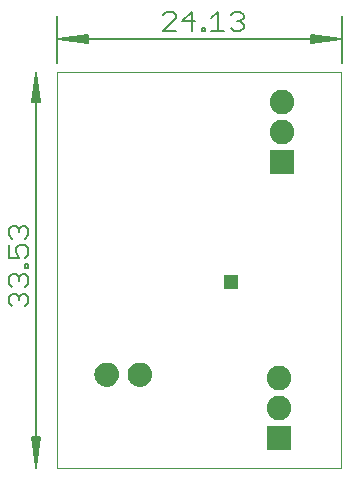
<source format=gbs>
G75*
%MOIN*%
%OFA0B0*%
%FSLAX25Y25*%
%IPPOS*%
%LPD*%
%AMOC8*
5,1,8,0,0,1.08239X$1,22.5*
%
%ADD10C,0.00000*%
%ADD11C,0.00512*%
%ADD12C,0.00600*%
%ADD13C,0.00500*%
%ADD14R,0.08200X0.08200*%
%ADD15C,0.08200*%
%ADD16R,0.04762X0.04762*%
D10*
X0019595Y0008986D02*
X0019595Y0140946D01*
X0114296Y0140946D01*
X0114296Y0008986D01*
X0019595Y0008986D01*
D11*
X0012595Y0008986D02*
X0012595Y0008986D01*
X0012595Y0009241D02*
X0013619Y0019222D01*
X0013852Y0019222D02*
X0012595Y0009241D01*
X0011572Y0019222D01*
X0011338Y0019222D02*
X0013852Y0019222D01*
X0013107Y0019222D02*
X0012595Y0009241D01*
X0012083Y0019222D01*
X0011338Y0019222D02*
X0012595Y0009241D01*
X0012595Y0140730D01*
X0013619Y0130749D01*
X0013852Y0130749D02*
X0012595Y0140730D01*
X0011572Y0130749D01*
X0011338Y0130749D02*
X0013852Y0130749D01*
X0013107Y0130749D02*
X0012595Y0140730D01*
X0012083Y0130749D01*
X0011338Y0130749D02*
X0012595Y0140730D01*
X0012595Y0140986D02*
X0012595Y0140986D01*
X0019595Y0143986D02*
X0019595Y0159663D01*
X0019851Y0151986D02*
X0029831Y0150962D01*
X0029831Y0150729D02*
X0019851Y0151986D01*
X0029831Y0153009D01*
X0029831Y0153242D02*
X0029831Y0150729D01*
X0029831Y0151474D02*
X0019851Y0151986D01*
X0029831Y0152497D01*
X0029831Y0153242D02*
X0019851Y0151986D01*
X0114339Y0151986D01*
X0104359Y0150962D01*
X0104359Y0150729D02*
X0114339Y0151986D01*
X0104359Y0153009D01*
X0104359Y0153242D02*
X0104359Y0150729D01*
X0104359Y0151474D02*
X0114339Y0151986D01*
X0104359Y0152497D01*
X0104359Y0153242D02*
X0114339Y0151986D01*
X0114595Y0159663D02*
X0114595Y0143986D01*
D12*
X0081750Y0155615D02*
X0080682Y0154547D01*
X0078547Y0154547D01*
X0077479Y0155615D01*
X0075304Y0154547D02*
X0071034Y0154547D01*
X0073169Y0154547D02*
X0073169Y0160953D01*
X0071034Y0158818D01*
X0068879Y0155615D02*
X0068879Y0154547D01*
X0067811Y0154547D01*
X0067811Y0155615D01*
X0068879Y0155615D01*
X0065636Y0157750D02*
X0061366Y0157750D01*
X0064568Y0160953D01*
X0064568Y0154547D01*
X0059190Y0154547D02*
X0054920Y0154547D01*
X0059190Y0158818D01*
X0059190Y0159885D01*
X0058123Y0160953D01*
X0055988Y0160953D01*
X0054920Y0159885D01*
X0077479Y0159885D02*
X0078547Y0160953D01*
X0080682Y0160953D01*
X0081750Y0159885D01*
X0081750Y0158818D01*
X0080682Y0157750D01*
X0081750Y0156683D01*
X0081750Y0155615D01*
X0080682Y0157750D02*
X0079614Y0157750D01*
X0010033Y0088572D02*
X0010033Y0086437D01*
X0008966Y0085370D01*
X0008966Y0083194D02*
X0010033Y0082127D01*
X0010033Y0079992D01*
X0008966Y0078924D01*
X0008966Y0076769D02*
X0010033Y0076769D01*
X0010033Y0075701D01*
X0008966Y0075701D01*
X0008966Y0076769D01*
X0006831Y0078924D02*
X0005763Y0081059D01*
X0005763Y0082127D01*
X0006831Y0083194D01*
X0008966Y0083194D01*
X0006831Y0078924D02*
X0003628Y0078924D01*
X0003628Y0083194D01*
X0004695Y0085370D02*
X0003628Y0086437D01*
X0003628Y0088572D01*
X0004695Y0089640D01*
X0005763Y0089640D01*
X0006831Y0088572D01*
X0007898Y0089640D01*
X0008966Y0089640D01*
X0010033Y0088572D01*
X0006831Y0088572D02*
X0006831Y0087505D01*
X0007898Y0073526D02*
X0006831Y0072459D01*
X0006831Y0071391D01*
X0006831Y0072459D02*
X0005763Y0073526D01*
X0004695Y0073526D01*
X0003628Y0072459D01*
X0003628Y0070323D01*
X0004695Y0069256D01*
X0004695Y0067081D02*
X0003628Y0066013D01*
X0003628Y0063878D01*
X0004695Y0062810D01*
X0006831Y0064946D02*
X0006831Y0066013D01*
X0007898Y0067081D01*
X0008966Y0067081D01*
X0010033Y0066013D01*
X0010033Y0063878D01*
X0008966Y0062810D01*
X0006831Y0066013D02*
X0005763Y0067081D01*
X0004695Y0067081D01*
X0008966Y0069256D02*
X0010033Y0070323D01*
X0010033Y0072459D01*
X0008966Y0073526D01*
X0007898Y0073526D01*
D13*
X0033009Y0042109D02*
X0032661Y0041475D01*
X0032443Y0040785D01*
X0032365Y0040066D01*
X0032413Y0039406D01*
X0032575Y0038764D01*
X0032846Y0038161D01*
X0033217Y0037613D01*
X0033678Y0037139D01*
X0034215Y0036752D01*
X0034810Y0036463D01*
X0035447Y0036283D01*
X0036105Y0036215D01*
X0036763Y0036281D01*
X0037400Y0036460D01*
X0037996Y0036746D01*
X0038534Y0037132D01*
X0038996Y0037606D01*
X0039369Y0038152D01*
X0039641Y0038755D01*
X0039805Y0039396D01*
X0039855Y0040056D01*
X0039774Y0040778D01*
X0039553Y0041472D01*
X0039202Y0042108D01*
X0038733Y0042664D01*
X0038165Y0043118D01*
X0037519Y0043452D01*
X0036820Y0043654D01*
X0036095Y0043716D01*
X0035374Y0043653D01*
X0034680Y0043451D01*
X0034038Y0043117D01*
X0033474Y0042664D01*
X0033009Y0042109D01*
X0032989Y0042073D02*
X0039221Y0042073D01*
X0039496Y0041575D02*
X0032716Y0041575D01*
X0032535Y0041076D02*
X0039679Y0041076D01*
X0039796Y0040578D02*
X0032421Y0040578D01*
X0032366Y0040079D02*
X0039852Y0040079D01*
X0039819Y0039581D02*
X0032400Y0039581D01*
X0032495Y0039082D02*
X0039725Y0039082D01*
X0039564Y0038584D02*
X0032656Y0038584D01*
X0032897Y0038085D02*
X0039323Y0038085D01*
X0038977Y0037587D02*
X0033243Y0037587D01*
X0033749Y0037088D02*
X0038472Y0037088D01*
X0037670Y0036590D02*
X0034549Y0036590D01*
X0033397Y0042572D02*
X0038811Y0042572D01*
X0038225Y0043070D02*
X0033980Y0043070D01*
X0035085Y0043569D02*
X0037116Y0043569D01*
X0043681Y0041475D02*
X0043464Y0040785D01*
X0043385Y0040066D01*
X0043433Y0039406D01*
X0043595Y0038764D01*
X0043866Y0038161D01*
X0044237Y0037613D01*
X0044698Y0037139D01*
X0045235Y0036752D01*
X0045830Y0036463D01*
X0046467Y0036283D01*
X0047125Y0036215D01*
X0047783Y0036281D01*
X0048420Y0036460D01*
X0049017Y0036746D01*
X0049554Y0037132D01*
X0050016Y0037606D01*
X0050389Y0038152D01*
X0050661Y0038755D01*
X0050825Y0039396D01*
X0050875Y0040056D01*
X0050794Y0040778D01*
X0050573Y0041472D01*
X0050222Y0042108D01*
X0049753Y0042664D01*
X0049185Y0043118D01*
X0048539Y0043452D01*
X0047840Y0043654D01*
X0047115Y0043716D01*
X0046394Y0043653D01*
X0045700Y0043451D01*
X0045058Y0043117D01*
X0044494Y0042664D01*
X0044029Y0042109D01*
X0043681Y0041475D01*
X0043736Y0041575D02*
X0050516Y0041575D01*
X0050699Y0041076D02*
X0043555Y0041076D01*
X0043441Y0040578D02*
X0050816Y0040578D01*
X0050872Y0040079D02*
X0043386Y0040079D01*
X0043420Y0039581D02*
X0050839Y0039581D01*
X0050745Y0039082D02*
X0043515Y0039082D01*
X0043676Y0038584D02*
X0050584Y0038584D01*
X0050343Y0038085D02*
X0043917Y0038085D01*
X0044263Y0037587D02*
X0049997Y0037587D01*
X0049492Y0037088D02*
X0044769Y0037088D01*
X0045569Y0036590D02*
X0048690Y0036590D01*
X0050241Y0042073D02*
X0044009Y0042073D01*
X0044417Y0042572D02*
X0049831Y0042572D01*
X0049245Y0043070D02*
X0045000Y0043070D01*
X0046105Y0043569D02*
X0048136Y0043569D01*
D14*
X0093654Y0018986D03*
X0094654Y0110986D03*
D15*
X0094654Y0120986D03*
X0094654Y0130986D03*
X0093654Y0038986D03*
X0093654Y0028986D03*
D16*
X0077595Y0070986D03*
M02*

</source>
